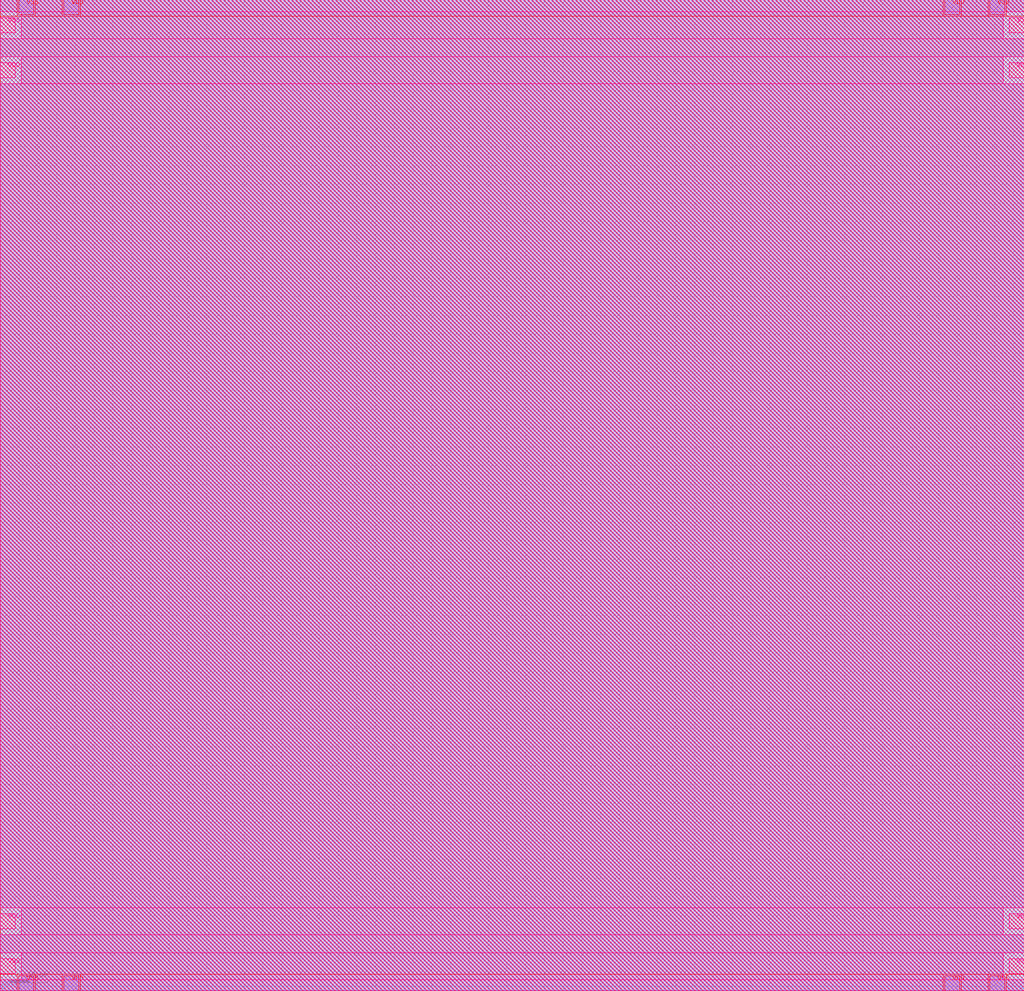
<source format=lef>
###############################################################
#  Generated by:      Cadence Innovus 20.13-s083_1
#  OS:                Linux x86_64(Host ID iron-502-26)
#  Generated on:      Sun Aug 21 18:09:00 2022
#  Design:            bgr_top
#  Command:           write_lef_abstract -5.8 -extractBlockObs aloe/layout/output/lef_final/bgr-gen-2.lef
###############################################################

VERSION 5.8 ;

BUSBITCHARS "[]" ;
DIVIDERCHAR "/" ;

MACRO bgr_top
  CLASS BLOCK ;
  SIZE 272.780000 BY 264.180000 ;
  FOREIGN bgr_top 0.000000 0.000000 ;
  ORIGIN 0 0 ;
  SYMMETRY X Y R90 ;
  PIN porst
    DIRECTION INOUT ;
    USE SIGNAL ;
    PORT
      LAYER met3 ;
        RECT 0.000000 0.520000 0.800000 0.820000 ;
    END
  END porst
  PIN vbg
    DIRECTION INOUT ;
    USE SIGNAL ;
    PORT
      LAYER met3 ;
        RECT 271.980000 0.520000 272.780000 0.820000 ;
    END
  END vbg
  PIN VDD
    DIRECTION INOUT ;
    USE POWER ;
    PORT
      LAYER met5 ;
        RECT 0.000000 16.560000 4.000000 20.560000 ;
    END
    PORT
      LAYER met5 ;
        RECT 268.780000 16.560000 272.780000 20.560000 ;
    END
    PORT
      LAYER met5 ;
        RECT 0.000000 243.360000 4.000000 247.360000 ;
    END
    PORT
      LAYER met5 ;
        RECT 268.780000 243.360000 272.780000 247.360000 ;
    END
    PORT
      LAYER met4 ;
        RECT 16.980000 0.000000 20.980000 4.000000 ;
    END
    PORT
      LAYER met4 ;
        RECT 16.980000 260.180000 20.980000 264.180000 ;
    END
    PORT
      LAYER met4 ;
        RECT 251.600000 0.000000 255.600000 4.000000 ;
    END
    PORT
      LAYER met4 ;
        RECT 251.600000 260.180000 255.600000 264.180000 ;
    END
  END VDD
  PIN VSS
    DIRECTION INOUT ;
    USE GROUND ;
    PORT
      LAYER met5 ;
        RECT 0.000000 4.560000 4.000000 8.560000 ;
    END
    PORT
      LAYER met5 ;
        RECT 268.780000 4.560000 272.780000 8.560000 ;
    END
    PORT
      LAYER met5 ;
        RECT 0.000000 255.360000 4.000000 259.360000 ;
    END
    PORT
      LAYER met5 ;
        RECT 268.780000 255.360000 272.780000 259.360000 ;
    END
    PORT
      LAYER met4 ;
        RECT 4.980000 0.000000 8.980000 4.000000 ;
    END
    PORT
      LAYER met4 ;
        RECT 4.980000 260.180000 8.980000 264.180000 ;
    END
    PORT
      LAYER met4 ;
        RECT 263.600000 0.000000 267.600000 4.000000 ;
    END
    PORT
      LAYER met4 ;
        RECT 263.600000 260.180000 267.600000 264.180000 ;
    END
  END VSS
  OBS
    LAYER li1 ;
      RECT 0.000000 0.000000 272.780000 264.180000 ;
    LAYER met1 ;
      RECT 0.000000 0.000000 272.780000 264.180000 ;
    LAYER met2 ;
      RECT 0.000000 0.000000 272.780000 264.180000 ;
    LAYER met3 ;
      RECT 0.000000 1.220000 272.780000 264.180000 ;
      RECT 1.200000 0.120000 271.580000 1.220000 ;
      RECT 0.000000 0.000000 272.780000 0.120000 ;
    LAYER met4 ;
      RECT 268.000000 259.780000 272.780000 264.180000 ;
      RECT 256.000000 259.780000 263.200000 264.180000 ;
      RECT 21.380000 259.780000 251.200000 264.180000 ;
      RECT 9.380000 259.780000 16.580000 264.180000 ;
      RECT 0.000000 259.780000 4.580000 264.180000 ;
      RECT 0.000000 4.400000 272.780000 259.780000 ;
      RECT 268.000000 0.000000 272.780000 4.400000 ;
      RECT 256.000000 0.000000 263.200000 4.400000 ;
      RECT 21.380000 0.000000 251.200000 4.400000 ;
      RECT 9.380000 0.000000 16.580000 4.400000 ;
      RECT 0.000000 0.000000 4.580000 4.400000 ;
    LAYER met5 ;
      RECT 0.000000 260.960000 272.780000 264.180000 ;
      RECT 5.600000 253.760000 267.180000 260.960000 ;
      RECT 0.000000 248.960000 272.780000 253.760000 ;
      RECT 5.600000 241.760000 267.180000 248.960000 ;
      RECT 0.000000 22.160000 272.780000 241.760000 ;
      RECT 5.600000 14.960000 267.180000 22.160000 ;
      RECT 0.000000 10.160000 272.780000 14.960000 ;
      RECT 5.600000 2.960000 267.180000 10.160000 ;
      RECT 0.000000 0.000000 272.780000 2.960000 ;
  END
END bgr_top

END LIBRARY

</source>
